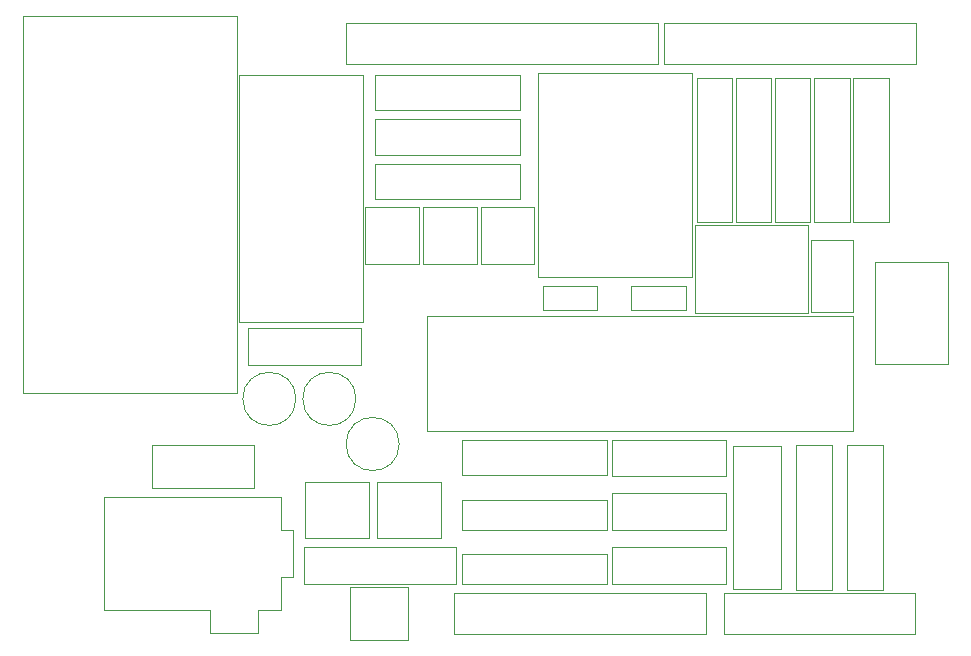
<source format=gbr>
G04 #@! TF.GenerationSoftware,KiCad,Pcbnew,(5.1.4)-1*
G04 #@! TF.CreationDate,2019-10-03T22:04:04+08:00*
G04 #@! TF.ProjectId,arduino-sss,61726475-696e-46f2-9d73-73732e6b6963,rev?*
G04 #@! TF.SameCoordinates,Original*
G04 #@! TF.FileFunction,Other,User*
%FSLAX46Y46*%
G04 Gerber Fmt 4.6, Leading zero omitted, Abs format (unit mm)*
G04 Created by KiCad (PCBNEW (5.1.4)-1) date 2019-10-03 22:04:04*
%MOMM*%
%LPD*%
G04 APERTURE LIST*
%ADD10C,0.050000*%
G04 APERTURE END LIST*
D10*
X118820000Y-105142000D02*
X118820000Y-73242000D01*
X100720000Y-105142000D02*
X118820000Y-105142000D01*
X100720000Y-73242000D02*
X100720000Y-105142000D01*
X118820000Y-73242000D02*
X100720000Y-73242000D01*
X132540000Y-109474000D02*
G75*
G03X132540000Y-109474000I-2250000J0D01*
G01*
X164864000Y-109647000D02*
X160764000Y-109647000D01*
X160764000Y-109647000D02*
X160764000Y-121747000D01*
X160764000Y-121747000D02*
X164864000Y-121747000D01*
X164864000Y-121747000D02*
X164864000Y-109647000D01*
X137188000Y-122075000D02*
X137188000Y-125575000D01*
X158488000Y-122075000D02*
X158488000Y-125575000D01*
X137188000Y-122075000D02*
X158488000Y-122075000D01*
X137188000Y-125575000D02*
X158488000Y-125575000D01*
X160048000Y-122075000D02*
X160048000Y-125575000D01*
X176248000Y-122075000D02*
X176248000Y-125575000D01*
X160048000Y-122075000D02*
X176248000Y-122075000D01*
X160048000Y-125575000D02*
X176248000Y-125575000D01*
X128044000Y-73815000D02*
X128044000Y-77315000D01*
X154444000Y-73815000D02*
X154444000Y-77315000D01*
X128044000Y-73815000D02*
X154444000Y-73815000D01*
X128044000Y-77315000D02*
X154444000Y-77315000D01*
X154968000Y-73815000D02*
X154968000Y-77315000D01*
X176268000Y-73815000D02*
X176268000Y-77315000D01*
X154968000Y-73815000D02*
X176268000Y-73815000D01*
X154968000Y-77315000D02*
X176268000Y-77315000D01*
X123789000Y-105652000D02*
G75*
G03X123789000Y-105652000I-2250000J0D01*
G01*
X129327000Y-99669000D02*
X119727000Y-99669000D01*
X129327000Y-102769000D02*
X129327000Y-99669000D01*
X119727000Y-102769000D02*
X129327000Y-102769000D01*
X119727000Y-99669000D02*
X119727000Y-102769000D01*
X128869000Y-105652000D02*
G75*
G03X128869000Y-105652000I-2250000J0D01*
G01*
X160168000Y-116764000D02*
X160168000Y-113664000D01*
X160168000Y-113664000D02*
X150568000Y-113664000D01*
X150568000Y-113664000D02*
X150568000Y-116764000D01*
X150568000Y-116764000D02*
X160168000Y-116764000D01*
X152198000Y-96065000D02*
X152198000Y-98165000D01*
X152198000Y-98165000D02*
X156798000Y-98165000D01*
X156798000Y-98165000D02*
X156798000Y-96065000D01*
X156798000Y-96065000D02*
X152198000Y-96065000D01*
X144698000Y-98165000D02*
X149298000Y-98165000D01*
X144698000Y-96065000D02*
X144698000Y-98165000D01*
X149298000Y-96065000D02*
X144698000Y-96065000D01*
X149298000Y-98165000D02*
X149298000Y-96065000D01*
X160168000Y-109117000D02*
X150568000Y-109117000D01*
X160168000Y-112217000D02*
X160168000Y-109117000D01*
X150568000Y-112217000D02*
X160168000Y-112217000D01*
X150568000Y-109117000D02*
X150568000Y-112217000D01*
X150568000Y-118211000D02*
X150568000Y-121311000D01*
X150568000Y-121311000D02*
X160168000Y-121311000D01*
X160168000Y-121311000D02*
X160168000Y-118211000D01*
X160168000Y-118211000D02*
X150568000Y-118211000D01*
X124507000Y-121361000D02*
X137367000Y-121361000D01*
X124507000Y-118161000D02*
X124507000Y-121361000D01*
X137367000Y-118161000D02*
X124507000Y-118161000D01*
X137367000Y-121361000D02*
X137367000Y-118161000D01*
X150148000Y-118811000D02*
X137888000Y-118811000D01*
X150148000Y-121311000D02*
X150148000Y-118811000D01*
X137888000Y-121311000D02*
X150148000Y-121311000D01*
X137888000Y-118811000D02*
X137888000Y-121311000D01*
X137888000Y-114214000D02*
X137888000Y-116714000D01*
X137888000Y-116714000D02*
X150148000Y-116714000D01*
X150148000Y-116714000D02*
X150148000Y-114214000D01*
X150148000Y-114214000D02*
X137888000Y-114214000D01*
X134582000Y-89391000D02*
X134582000Y-94241000D01*
X139082000Y-89391000D02*
X134582000Y-89391000D01*
X139082000Y-94241000D02*
X139082000Y-89391000D01*
X134582000Y-94241000D02*
X139082000Y-94241000D01*
X129681000Y-89391000D02*
X129681000Y-94241000D01*
X134181000Y-89391000D02*
X129681000Y-89391000D01*
X134181000Y-94241000D02*
X134181000Y-89391000D01*
X129681000Y-94241000D02*
X134181000Y-94241000D01*
X128390000Y-121575000D02*
X128390000Y-126075000D01*
X128390000Y-126075000D02*
X133240000Y-126075000D01*
X133240000Y-126075000D02*
X133240000Y-121575000D01*
X133240000Y-121575000D02*
X128390000Y-121575000D01*
X139482000Y-94241000D02*
X143982000Y-94241000D01*
X143982000Y-94241000D02*
X143982000Y-89391000D01*
X143982000Y-89391000D02*
X139482000Y-89391000D01*
X139482000Y-89391000D02*
X139482000Y-94241000D01*
X111611000Y-113179000D02*
X120261000Y-113179000D01*
X120261000Y-113179000D02*
X120261000Y-109579000D01*
X120261000Y-109579000D02*
X111611000Y-109579000D01*
X111611000Y-109579000D02*
X111611000Y-113179000D01*
X122539000Y-114245000D02*
X122539000Y-113995000D01*
X122539000Y-113995000D02*
X107539000Y-113995000D01*
X122539000Y-114245000D02*
X122539000Y-116745000D01*
X122539000Y-116745000D02*
X123539000Y-116745000D01*
X123539000Y-116745000D02*
X123539000Y-120745000D01*
X123539000Y-120745000D02*
X122539000Y-120745000D01*
X122539000Y-120745000D02*
X122539000Y-123495000D01*
X122539000Y-123495000D02*
X120539000Y-123495000D01*
X120539000Y-123495000D02*
X120539000Y-125495000D01*
X120539000Y-125495000D02*
X116539000Y-125495000D01*
X116539000Y-125495000D02*
X116539000Y-123495000D01*
X116539000Y-123495000D02*
X107539000Y-123495000D01*
X107539000Y-123495000D02*
X107539000Y-113995000D01*
X167364000Y-92180000D02*
X167364000Y-98330000D01*
X167364000Y-98330000D02*
X170964000Y-98330000D01*
X170964000Y-98330000D02*
X170964000Y-92180000D01*
X170964000Y-92180000D02*
X167364000Y-92180000D01*
X172825000Y-94085000D02*
X172825000Y-102735000D01*
X172825000Y-102735000D02*
X178975000Y-102735000D01*
X178975000Y-102735000D02*
X178975000Y-94085000D01*
X178975000Y-94085000D02*
X172825000Y-94085000D01*
X130620000Y-112671000D02*
X136080000Y-112671000D01*
X130620000Y-112671000D02*
X130620000Y-117411000D01*
X136080000Y-117411000D02*
X136080000Y-112671000D01*
X136080000Y-117411000D02*
X130620000Y-117411000D01*
X129984000Y-117411000D02*
X124524000Y-117411000D01*
X129984000Y-117411000D02*
X129984000Y-112671000D01*
X124524000Y-112671000D02*
X124524000Y-117411000D01*
X124524000Y-112671000D02*
X129984000Y-112671000D01*
X157748000Y-90712000D02*
X160748000Y-90712000D01*
X160748000Y-90712000D02*
X160748000Y-78452000D01*
X160748000Y-78452000D02*
X157748000Y-78452000D01*
X157748000Y-78452000D02*
X157748000Y-90712000D01*
X137888000Y-109117000D02*
X137888000Y-112117000D01*
X137888000Y-112117000D02*
X150148000Y-112117000D01*
X150148000Y-112117000D02*
X150148000Y-109117000D01*
X150148000Y-109117000D02*
X137888000Y-109117000D01*
X161052000Y-90712000D02*
X164052000Y-90712000D01*
X164052000Y-90712000D02*
X164052000Y-78452000D01*
X164052000Y-78452000D02*
X161052000Y-78452000D01*
X161052000Y-78452000D02*
X161052000Y-90712000D01*
X167357000Y-90712000D02*
X167357000Y-78452000D01*
X164357000Y-90712000D02*
X167357000Y-90712000D01*
X164357000Y-78452000D02*
X164357000Y-90712000D01*
X167357000Y-78452000D02*
X164357000Y-78452000D01*
X142782000Y-81989500D02*
X130522000Y-81989500D01*
X142782000Y-84989500D02*
X142782000Y-81989500D01*
X130522000Y-84989500D02*
X142782000Y-84989500D01*
X130522000Y-81989500D02*
X130522000Y-84989500D01*
X170662000Y-90712000D02*
X170662000Y-78452000D01*
X167662000Y-90712000D02*
X170662000Y-90712000D01*
X167662000Y-78452000D02*
X167662000Y-90712000D01*
X170662000Y-78452000D02*
X167662000Y-78452000D01*
X130522000Y-85749000D02*
X130522000Y-88749000D01*
X130522000Y-88749000D02*
X142782000Y-88749000D01*
X142782000Y-88749000D02*
X142782000Y-85749000D01*
X142782000Y-85749000D02*
X130522000Y-85749000D01*
X142782000Y-78230000D02*
X130522000Y-78230000D01*
X142782000Y-81230000D02*
X142782000Y-78230000D01*
X130522000Y-81230000D02*
X142782000Y-81230000D01*
X130522000Y-78230000D02*
X130522000Y-81230000D01*
X169161000Y-109567000D02*
X166161000Y-109567000D01*
X166161000Y-109567000D02*
X166161000Y-121827000D01*
X166161000Y-121827000D02*
X169161000Y-121827000D01*
X169161000Y-121827000D02*
X169161000Y-109567000D01*
X173966000Y-78452000D02*
X170966000Y-78452000D01*
X170966000Y-78452000D02*
X170966000Y-90712000D01*
X170966000Y-90712000D02*
X173966000Y-90712000D01*
X173966000Y-90712000D02*
X173966000Y-78452000D01*
X173458000Y-121827000D02*
X173458000Y-109567000D01*
X170458000Y-121827000D02*
X173458000Y-121827000D01*
X170458000Y-109567000D02*
X170458000Y-121827000D01*
X173458000Y-109567000D02*
X170458000Y-109567000D01*
X157858000Y-90901000D02*
X157608000Y-90901000D01*
X157608000Y-90901000D02*
X157608000Y-91151000D01*
X157858000Y-98401000D02*
X157608000Y-98401000D01*
X157608000Y-98401000D02*
X157608000Y-98151000D01*
X167108000Y-98151000D02*
X167108000Y-98401000D01*
X167108000Y-98401000D02*
X166858000Y-98401000D01*
X167108000Y-91151000D02*
X167108000Y-90901000D01*
X167108000Y-90901000D02*
X166858000Y-90901000D01*
X166858000Y-98401000D02*
X157858000Y-98401000D01*
X167108000Y-91151000D02*
X167108000Y-98151000D01*
X157858000Y-90901000D02*
X166858000Y-90901000D01*
X157608000Y-98151000D02*
X157608000Y-91151000D01*
X118956000Y-78207000D02*
X118956000Y-99167000D01*
X118956000Y-99167000D02*
X129456000Y-99167000D01*
X129456000Y-99167000D02*
X129456000Y-78207000D01*
X129456000Y-78207000D02*
X118956000Y-78207000D01*
X170968000Y-98595000D02*
X134868000Y-98595000D01*
X134868000Y-98595000D02*
X134868000Y-108395000D01*
X134868000Y-108395000D02*
X170968000Y-108395000D01*
X170968000Y-108395000D02*
X170968000Y-98595000D01*
X157348000Y-95365000D02*
X157348000Y-78065000D01*
X157348000Y-78065000D02*
X144248000Y-78065000D01*
X144248000Y-78065000D02*
X144248000Y-95365000D01*
X144248000Y-95365000D02*
X157348000Y-95365000D01*
M02*

</source>
